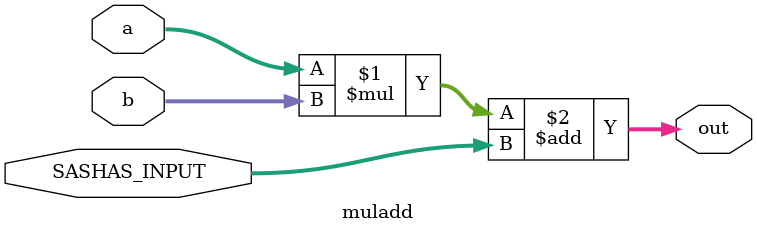
<source format=v>
module muladd(
    input [3:0] a,
    input [3:0] b,
    input [3:0] SASHAS_INPUT,
    output [3:0] out
);
    assign out = (a * b) + SASHAS_INPUT;
endmodule
</source>
